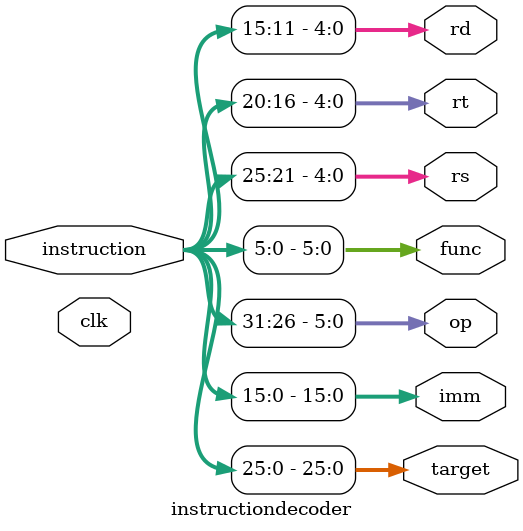
<source format=v>
/*
    Instruction Decoder
    Triggered on positive edge of clock signal

    Given a 32-bit instruction, output the relevant parts of the instruction as individual outputs.
*/

module instructiondecoder
(
    input               clk,
    input[31:0]         instruction,
    output reg[25:0]    target,
    output reg[15:0]    imm,
    output reg[5:0]     op,
    output reg[5:0]     func,
    output reg[4:0]     rs,
    output reg[4:0]     rt,
    output reg[4:0]     rd

);
    always @(instruction) begin
        op = instruction[31:26];
        rs = instruction[25:21];
        rt = instruction[20:16];
        rd = instruction[15:11];
        func = instruction[5:0];
        imm = instruction[15:0];
        target = instruction[25:0];
    end
endmodule

</source>
